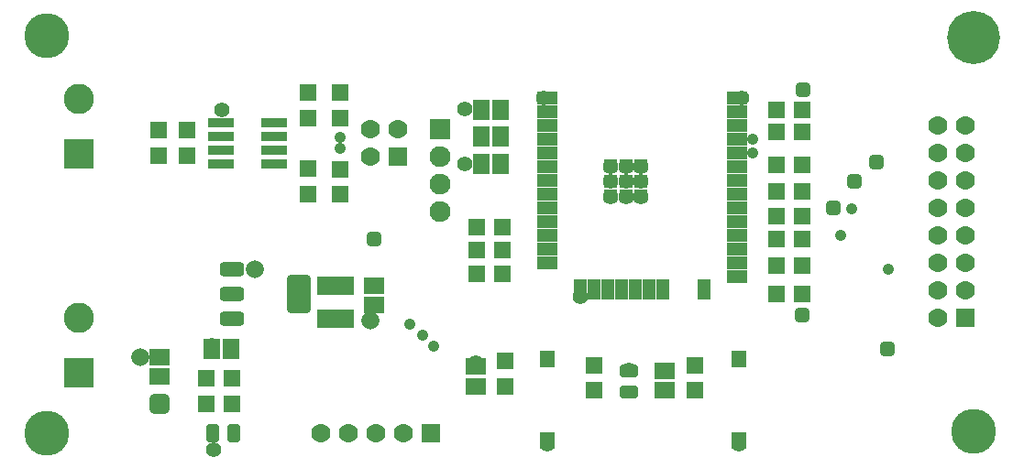
<source format=gts>
G04*
G04 #@! TF.GenerationSoftware,Altium Limited,Altium Designer,25.4.2 (15)*
G04*
G04 Layer_Color=8388736*
%FSLAX44Y44*%
%MOMM*%
G71*
G04*
G04 #@! TF.SameCoordinates,8EE26F3C-D7A1-4C18-BBE8-6C97D16B18D0*
G04*
G04*
G04 #@! TF.FilePolarity,Negative*
G04*
G01*
G75*
%ADD35R,1.8500X1.5500*%
%ADD36R,1.9000X1.3000*%
%ADD37R,1.3000X1.9000*%
%ADD38R,1.3000X1.3000*%
G04:AMPARAMS|DCode=39|XSize=1.4mm|YSize=1.4mm|CornerRadius=0.45mm|HoleSize=0mm|Usage=FLASHONLY|Rotation=0.000|XOffset=0mm|YOffset=0mm|HoleType=Round|Shape=RoundedRectangle|*
%AMROUNDEDRECTD39*
21,1,1.4000,0.5000,0,0,0.0*
21,1,0.5000,1.4000,0,0,0.0*
1,1,0.9000,0.2500,-0.2500*
1,1,0.9000,-0.2500,-0.2500*
1,1,0.9000,-0.2500,0.2500*
1,1,0.9000,0.2500,0.2500*
%
%ADD39ROUNDEDRECTD39*%
G04:AMPARAMS|DCode=40|XSize=1.4mm|YSize=1.4mm|CornerRadius=0.45mm|HoleSize=0mm|Usage=FLASHONLY|Rotation=90.000|XOffset=0mm|YOffset=0mm|HoleType=Round|Shape=RoundedRectangle|*
%AMROUNDEDRECTD40*
21,1,1.4000,0.5000,0,0,90.0*
21,1,0.5000,1.4000,0,0,90.0*
1,1,0.9000,0.2500,0.2500*
1,1,0.9000,0.2500,-0.2500*
1,1,0.9000,-0.2500,-0.2500*
1,1,0.9000,-0.2500,0.2500*
%
%ADD40ROUNDEDRECTD40*%
G04:AMPARAMS|DCode=41|XSize=2.24mm|YSize=1.33mm|CornerRadius=0.3162mm|HoleSize=0mm|Usage=FLASHONLY|Rotation=0.000|XOffset=0mm|YOffset=0mm|HoleType=Round|Shape=RoundedRectangle|*
%AMROUNDEDRECTD41*
21,1,2.2400,0.6975,0,0,0.0*
21,1,1.6075,1.3300,0,0,0.0*
1,1,0.6325,0.8038,-0.3488*
1,1,0.6325,-0.8038,-0.3488*
1,1,0.6325,-0.8038,0.3488*
1,1,0.6325,0.8038,0.3488*
%
%ADD41ROUNDEDRECTD41*%
G04:AMPARAMS|DCode=42|XSize=2.24mm|YSize=3.59mm|CornerRadius=0.43mm|HoleSize=0mm|Usage=FLASHONLY|Rotation=0.000|XOffset=0mm|YOffset=0mm|HoleType=Round|Shape=RoundedRectangle|*
%AMROUNDEDRECTD42*
21,1,2.2400,2.7300,0,0,0.0*
21,1,1.3800,3.5900,0,0,0.0*
1,1,0.8600,0.6900,-1.3650*
1,1,0.8600,-0.6900,-1.3650*
1,1,0.8600,-0.6900,1.3650*
1,1,0.8600,0.6900,1.3650*
%
%ADD42ROUNDEDRECTD42*%
%ADD43R,1.5500X1.5500*%
%ADD44R,1.5500X1.5500*%
G04:AMPARAMS|DCode=45|XSize=1.26mm|YSize=1.76mm|CornerRadius=0.415mm|HoleSize=0mm|Usage=FLASHONLY|Rotation=270.000|XOffset=0mm|YOffset=0mm|HoleType=Round|Shape=RoundedRectangle|*
%AMROUNDEDRECTD45*
21,1,1.2600,0.9300,0,0,270.0*
21,1,0.4300,1.7600,0,0,270.0*
1,1,0.8300,-0.4650,-0.2150*
1,1,0.8300,-0.4650,0.2150*
1,1,0.8300,0.4650,0.2150*
1,1,0.8300,0.4650,-0.2150*
%
%ADD45ROUNDEDRECTD45*%
%ADD46R,1.4000X1.5000*%
%ADD47R,1.5500X1.8500*%
G04:AMPARAMS|DCode=48|XSize=1.924mm|YSize=1.924mm|CornerRadius=0.581mm|HoleSize=0mm|Usage=FLASHONLY|Rotation=90.000|XOffset=0mm|YOffset=0mm|HoleType=Round|Shape=RoundedRectangle|*
%AMROUNDEDRECTD48*
21,1,1.9240,0.7620,0,0,90.0*
21,1,0.7620,1.9240,0,0,90.0*
1,1,1.1620,0.3810,0.3810*
1,1,1.1620,0.3810,-0.3810*
1,1,1.1620,-0.3810,-0.3810*
1,1,1.1620,-0.3810,0.3810*
%
%ADD48ROUNDEDRECTD48*%
%ADD49R,2.3812X0.9334*%
%ADD50R,3.4200X1.7400*%
G04:AMPARAMS|DCode=51|XSize=1.26mm|YSize=1.76mm|CornerRadius=0.415mm|HoleSize=0mm|Usage=FLASHONLY|Rotation=0.000|XOffset=0mm|YOffset=0mm|HoleType=Round|Shape=RoundedRectangle|*
%AMROUNDEDRECTD51*
21,1,1.2600,0.9300,0,0,0.0*
21,1,0.4300,1.7600,0,0,0.0*
1,1,0.8300,0.2150,-0.4650*
1,1,0.8300,-0.2150,-0.4650*
1,1,0.8300,-0.2150,0.4650*
1,1,0.8300,0.2150,0.4650*
%
%ADD51ROUNDEDRECTD51*%
%ADD52R,1.7700X1.7700*%
%ADD53C,1.7700*%
%ADD54R,1.7700X1.7700*%
%ADD55C,1.9300*%
%ADD56R,1.9300X1.9300*%
%ADD57C,2.8000*%
%ADD58R,2.8000X2.8000*%
%ADD59C,4.1500*%
%ADD60C,4.9000*%
%ADD61C,1.4000*%
%ADD62C,1.6700*%
%ADD63C,1.0500*%
D35*
X130810Y78630D02*
D03*
Y96630D02*
D03*
X596900Y84040D02*
D03*
Y66040D02*
D03*
X422910Y87850D02*
D03*
Y69850D02*
D03*
X328930Y144670D02*
D03*
Y162670D02*
D03*
D36*
X488950Y336550D02*
D03*
Y323850D02*
D03*
Y311150D02*
D03*
Y298450D02*
D03*
Y285750D02*
D03*
Y273050D02*
D03*
Y260350D02*
D03*
Y247650D02*
D03*
Y234950D02*
D03*
Y222250D02*
D03*
Y209550D02*
D03*
Y196850D02*
D03*
Y184150D02*
D03*
X663950Y171450D02*
D03*
Y184150D02*
D03*
Y196850D02*
D03*
Y209550D02*
D03*
Y222250D02*
D03*
Y234950D02*
D03*
Y247650D02*
D03*
Y260350D02*
D03*
Y273050D02*
D03*
Y285750D02*
D03*
Y298450D02*
D03*
Y311150D02*
D03*
Y323850D02*
D03*
Y336550D02*
D03*
D37*
X519300Y158950D02*
D03*
X532000D02*
D03*
X544700D02*
D03*
X557400D02*
D03*
X570100D02*
D03*
X582800D02*
D03*
X595500D02*
D03*
X633600D02*
D03*
D38*
X547450Y273350D02*
D03*
Y259350D02*
D03*
Y245350D02*
D03*
X561450D02*
D03*
X575450D02*
D03*
Y259350D02*
D03*
Y273350D02*
D03*
X561450D02*
D03*
Y259350D02*
D03*
D39*
X772160Y259080D02*
D03*
D40*
X753110Y234950D02*
D03*
X792480Y276860D02*
D03*
X802640Y104140D02*
D03*
X724695Y343695D02*
D03*
X328930Y205740D02*
D03*
X723900Y135890D02*
D03*
D41*
X197750Y177940D02*
D03*
Y154940D02*
D03*
Y131940D02*
D03*
D42*
X259450Y154940D02*
D03*
D43*
X447360Y217170D02*
D03*
X423860D02*
D03*
X447360Y195580D02*
D03*
X423860D02*
D03*
X724220Y154940D02*
D03*
X700720D02*
D03*
X447360Y173990D02*
D03*
X423860D02*
D03*
X724220Y274320D02*
D03*
X700720D02*
D03*
X724220Y227330D02*
D03*
X700720D02*
D03*
X724220Y250190D02*
D03*
X700720D02*
D03*
Y205740D02*
D03*
X724220D02*
D03*
X700720Y181610D02*
D03*
X724220D02*
D03*
X700720Y304800D02*
D03*
X724220D02*
D03*
Y325120D02*
D03*
X700720D02*
D03*
X173670Y77470D02*
D03*
X197170D02*
D03*
Y53340D02*
D03*
X173670D02*
D03*
D44*
X532130Y65720D02*
D03*
Y89220D02*
D03*
X624840Y65720D02*
D03*
Y89220D02*
D03*
X449580Y69530D02*
D03*
Y93030D02*
D03*
X297180Y317500D02*
D03*
Y341000D02*
D03*
Y270510D02*
D03*
Y247010D02*
D03*
X267970Y317500D02*
D03*
Y341000D02*
D03*
Y270830D02*
D03*
Y247330D02*
D03*
X156210Y282890D02*
D03*
Y306390D02*
D03*
X129540Y282890D02*
D03*
Y306390D02*
D03*
D45*
X563880Y84270D02*
D03*
Y64770D02*
D03*
D46*
X665480Y19650D02*
D03*
Y94650D02*
D03*
X488950Y19650D02*
D03*
Y94650D02*
D03*
D47*
X427880Y275590D02*
D03*
X445880D02*
D03*
X427880Y300990D02*
D03*
X445880D02*
D03*
X427880Y325120D02*
D03*
X445880D02*
D03*
X178960Y104140D02*
D03*
X196960D02*
D03*
D48*
X130810Y53340D02*
D03*
D49*
X236728Y275590D02*
D03*
Y288290D02*
D03*
Y300990D02*
D03*
Y313690D02*
D03*
X187452D02*
D03*
Y300990D02*
D03*
Y288290D02*
D03*
Y275590D02*
D03*
D50*
X293370Y131760D02*
D03*
Y162560D02*
D03*
D51*
X179480Y26670D02*
D03*
X198980D02*
D03*
D52*
X381000D02*
D03*
D53*
X355600D02*
D03*
X330200D02*
D03*
X304800D02*
D03*
X279400D02*
D03*
X849630Y311150D02*
D03*
X875030D02*
D03*
X849630Y285750D02*
D03*
X875030D02*
D03*
X849630Y260350D02*
D03*
X875030D02*
D03*
X849630Y234950D02*
D03*
X875030D02*
D03*
X849630Y209550D02*
D03*
X875030D02*
D03*
X849630Y184150D02*
D03*
X875030D02*
D03*
X849630Y158750D02*
D03*
X875030D02*
D03*
X849630Y133350D02*
D03*
X325120Y281940D02*
D03*
X350520Y307340D02*
D03*
X325120D02*
D03*
D54*
X875030Y133350D02*
D03*
X350520Y281940D02*
D03*
D55*
X389890Y231140D02*
D03*
Y256540D02*
D03*
Y281940D02*
D03*
D56*
Y307340D02*
D03*
D57*
X55880Y133350D02*
D03*
Y335280D02*
D03*
D58*
Y82550D02*
D03*
Y284480D02*
D03*
D59*
X26670Y26670D02*
D03*
Y393700D02*
D03*
X882650Y27940D02*
D03*
D60*
Y392430D02*
D03*
D61*
X519430Y152400D02*
D03*
X422910Y91440D02*
D03*
X488950Y16510D02*
D03*
X665480D02*
D03*
X668020Y336550D02*
D03*
X485140D02*
D03*
X187960Y325120D02*
D03*
X547370Y245110D02*
D03*
X561340D02*
D03*
X575310D02*
D03*
Y259080D02*
D03*
X561340D02*
D03*
X547370D02*
D03*
X575310Y273050D02*
D03*
X561340D02*
D03*
X547370D02*
D03*
X596900Y85090D02*
D03*
X563880D02*
D03*
X412750Y275590D02*
D03*
Y326390D02*
D03*
X180340Y11430D02*
D03*
X179070Y107950D02*
D03*
D62*
X218440Y177800D02*
D03*
X325120Y130810D02*
D03*
X113030Y96520D02*
D03*
D63*
X802640Y104140D02*
D03*
X678180Y285750D02*
D03*
Y298450D02*
D03*
X297180Y271730D02*
D03*
Y317500D02*
D03*
Y289560D02*
D03*
Y299720D02*
D03*
X721360Y181610D02*
D03*
X383540Y106680D02*
D03*
X726440Y205740D02*
D03*
X803910Y177800D02*
D03*
X361950Y127000D02*
D03*
X373380Y116840D02*
D03*
X759460Y209550D02*
D03*
X769620Y233680D02*
D03*
M02*

</source>
